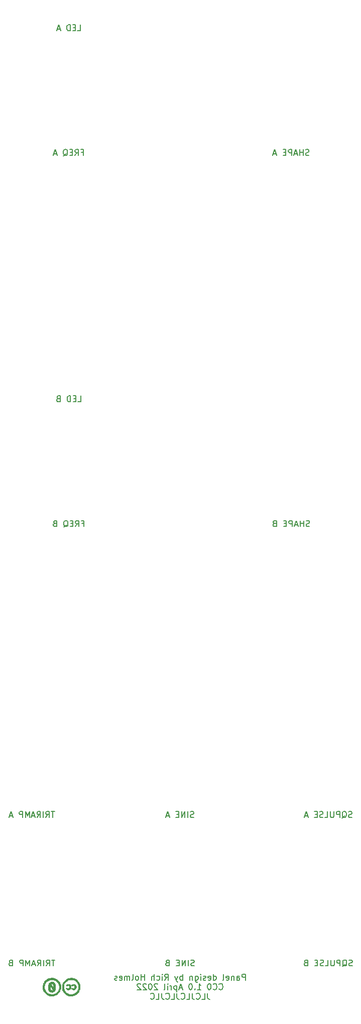
<source format=gbo>
G04 #@! TF.GenerationSoftware,KiCad,Pcbnew,6.0.4-6f826c9f35~116~ubuntu20.04.1*
G04 #@! TF.CreationDate,2022-04-20T20:16:55-04:00*
G04 #@! TF.ProjectId,kdlfo_panel,6b646c66-6f5f-4706-916e-656c2e6b6963,rev?*
G04 #@! TF.SameCoordinates,Original*
G04 #@! TF.FileFunction,Legend,Bot*
G04 #@! TF.FilePolarity,Positive*
%FSLAX46Y46*%
G04 Gerber Fmt 4.6, Leading zero omitted, Abs format (unit mm)*
G04 Created by KiCad (PCBNEW 6.0.4-6f826c9f35~116~ubuntu20.04.1) date 2022-04-20 20:16:55*
%MOMM*%
%LPD*%
G01*
G04 APERTURE LIST*
%ADD10C,0.150000*%
%ADD11C,0.010000*%
G04 APERTURE END LIST*
D10*
X32504761Y-193052380D02*
X31933333Y-193052380D01*
X32219047Y-194052380D02*
X32219047Y-193052380D01*
X31028571Y-194052380D02*
X31361904Y-193576190D01*
X31600000Y-194052380D02*
X31600000Y-193052380D01*
X31219047Y-193052380D01*
X31123809Y-193100000D01*
X31076190Y-193147619D01*
X31028571Y-193242857D01*
X31028571Y-193385714D01*
X31076190Y-193480952D01*
X31123809Y-193528571D01*
X31219047Y-193576190D01*
X31600000Y-193576190D01*
X30600000Y-194052380D02*
X30600000Y-193052380D01*
X29552380Y-194052380D02*
X29885714Y-193576190D01*
X30123809Y-194052380D02*
X30123809Y-193052380D01*
X29742857Y-193052380D01*
X29647619Y-193100000D01*
X29600000Y-193147619D01*
X29552380Y-193242857D01*
X29552380Y-193385714D01*
X29600000Y-193480952D01*
X29647619Y-193528571D01*
X29742857Y-193576190D01*
X30123809Y-193576190D01*
X29171428Y-193766666D02*
X28695238Y-193766666D01*
X29266666Y-194052380D02*
X28933333Y-193052380D01*
X28600000Y-194052380D01*
X28266666Y-194052380D02*
X28266666Y-193052380D01*
X27933333Y-193766666D01*
X27600000Y-193052380D01*
X27600000Y-194052380D01*
X27123809Y-194052380D02*
X27123809Y-193052380D01*
X26742857Y-193052380D01*
X26647619Y-193100000D01*
X26600000Y-193147619D01*
X26552380Y-193242857D01*
X26552380Y-193385714D01*
X26600000Y-193480952D01*
X26647619Y-193528571D01*
X26742857Y-193576190D01*
X27123809Y-193576190D01*
X25028571Y-193528571D02*
X24885714Y-193576190D01*
X24838095Y-193623809D01*
X24790476Y-193719047D01*
X24790476Y-193861904D01*
X24838095Y-193957142D01*
X24885714Y-194004761D01*
X24980952Y-194052380D01*
X25361904Y-194052380D01*
X25361904Y-193052380D01*
X25028571Y-193052380D01*
X24933333Y-193100000D01*
X24885714Y-193147619D01*
X24838095Y-193242857D01*
X24838095Y-193338095D01*
X24885714Y-193433333D01*
X24933333Y-193480952D01*
X25028571Y-193528571D01*
X25361904Y-193528571D01*
X36992857Y-57028571D02*
X37326190Y-57028571D01*
X37326190Y-57552380D02*
X37326190Y-56552380D01*
X36850000Y-56552380D01*
X35897619Y-57552380D02*
X36230952Y-57076190D01*
X36469047Y-57552380D02*
X36469047Y-56552380D01*
X36088095Y-56552380D01*
X35992857Y-56600000D01*
X35945238Y-56647619D01*
X35897619Y-56742857D01*
X35897619Y-56885714D01*
X35945238Y-56980952D01*
X35992857Y-57028571D01*
X36088095Y-57076190D01*
X36469047Y-57076190D01*
X35469047Y-57028571D02*
X35135714Y-57028571D01*
X34992857Y-57552380D02*
X35469047Y-57552380D01*
X35469047Y-56552380D01*
X34992857Y-56552380D01*
X33897619Y-57647619D02*
X33992857Y-57600000D01*
X34088095Y-57504761D01*
X34230952Y-57361904D01*
X34326190Y-57314285D01*
X34421428Y-57314285D01*
X34373809Y-57552380D02*
X34469047Y-57504761D01*
X34564285Y-57409523D01*
X34611904Y-57219047D01*
X34611904Y-56885714D01*
X34564285Y-56695238D01*
X34469047Y-56600000D01*
X34373809Y-56552380D01*
X34183333Y-56552380D01*
X34088095Y-56600000D01*
X33992857Y-56695238D01*
X33945238Y-56885714D01*
X33945238Y-57219047D01*
X33992857Y-57409523D01*
X34088095Y-57504761D01*
X34183333Y-57552380D01*
X34373809Y-57552380D01*
X32802380Y-57266666D02*
X32326190Y-57266666D01*
X32897619Y-57552380D02*
X32564285Y-56552380D01*
X32230952Y-57552380D01*
X36302380Y-36552380D02*
X36778571Y-36552380D01*
X36778571Y-35552380D01*
X35969047Y-36028571D02*
X35635714Y-36028571D01*
X35492857Y-36552380D02*
X35969047Y-36552380D01*
X35969047Y-35552380D01*
X35492857Y-35552380D01*
X35064285Y-36552380D02*
X35064285Y-35552380D01*
X34826190Y-35552380D01*
X34683333Y-35600000D01*
X34588095Y-35695238D01*
X34540476Y-35790476D01*
X34492857Y-35980952D01*
X34492857Y-36123809D01*
X34540476Y-36314285D01*
X34588095Y-36409523D01*
X34683333Y-36504761D01*
X34826190Y-36552380D01*
X35064285Y-36552380D01*
X33350000Y-36266666D02*
X32873809Y-36266666D01*
X33445238Y-36552380D02*
X33111904Y-35552380D01*
X32778571Y-36552380D01*
X75421428Y-120004761D02*
X75278571Y-120052380D01*
X75040476Y-120052380D01*
X74945238Y-120004761D01*
X74897619Y-119957142D01*
X74850000Y-119861904D01*
X74850000Y-119766666D01*
X74897619Y-119671428D01*
X74945238Y-119623809D01*
X75040476Y-119576190D01*
X75230952Y-119528571D01*
X75326190Y-119480952D01*
X75373809Y-119433333D01*
X75421428Y-119338095D01*
X75421428Y-119242857D01*
X75373809Y-119147619D01*
X75326190Y-119100000D01*
X75230952Y-119052380D01*
X74992857Y-119052380D01*
X74850000Y-119100000D01*
X74421428Y-120052380D02*
X74421428Y-119052380D01*
X74421428Y-119528571D02*
X73850000Y-119528571D01*
X73850000Y-120052380D02*
X73850000Y-119052380D01*
X73421428Y-119766666D02*
X72945238Y-119766666D01*
X73516666Y-120052380D02*
X73183333Y-119052380D01*
X72850000Y-120052380D01*
X72516666Y-120052380D02*
X72516666Y-119052380D01*
X72135714Y-119052380D01*
X72040476Y-119100000D01*
X71992857Y-119147619D01*
X71945238Y-119242857D01*
X71945238Y-119385714D01*
X71992857Y-119480952D01*
X72040476Y-119528571D01*
X72135714Y-119576190D01*
X72516666Y-119576190D01*
X71516666Y-119528571D02*
X71183333Y-119528571D01*
X71040476Y-120052380D02*
X71516666Y-120052380D01*
X71516666Y-119052380D01*
X71040476Y-119052380D01*
X69516666Y-119528571D02*
X69373809Y-119576190D01*
X69326190Y-119623809D01*
X69278571Y-119719047D01*
X69278571Y-119861904D01*
X69326190Y-119957142D01*
X69373809Y-120004761D01*
X69469047Y-120052380D01*
X69850000Y-120052380D01*
X69850000Y-119052380D01*
X69516666Y-119052380D01*
X69421428Y-119100000D01*
X69373809Y-119147619D01*
X69326190Y-119242857D01*
X69326190Y-119338095D01*
X69373809Y-119433333D01*
X69421428Y-119480952D01*
X69516666Y-119528571D01*
X69850000Y-119528571D01*
X82647619Y-194004761D02*
X82504761Y-194052380D01*
X82266666Y-194052380D01*
X82171428Y-194004761D01*
X82123809Y-193957142D01*
X82076190Y-193861904D01*
X82076190Y-193766666D01*
X82123809Y-193671428D01*
X82171428Y-193623809D01*
X82266666Y-193576190D01*
X82457142Y-193528571D01*
X82552380Y-193480952D01*
X82600000Y-193433333D01*
X82647619Y-193338095D01*
X82647619Y-193242857D01*
X82600000Y-193147619D01*
X82552380Y-193100000D01*
X82457142Y-193052380D01*
X82219047Y-193052380D01*
X82076190Y-193100000D01*
X80980952Y-194147619D02*
X81076190Y-194100000D01*
X81171428Y-194004761D01*
X81314285Y-193861904D01*
X81409523Y-193814285D01*
X81504761Y-193814285D01*
X81457142Y-194052380D02*
X81552380Y-194004761D01*
X81647619Y-193909523D01*
X81695238Y-193719047D01*
X81695238Y-193385714D01*
X81647619Y-193195238D01*
X81552380Y-193100000D01*
X81457142Y-193052380D01*
X81266666Y-193052380D01*
X81171428Y-193100000D01*
X81076190Y-193195238D01*
X81028571Y-193385714D01*
X81028571Y-193719047D01*
X81076190Y-193909523D01*
X81171428Y-194004761D01*
X81266666Y-194052380D01*
X81457142Y-194052380D01*
X80600000Y-194052380D02*
X80600000Y-193052380D01*
X80219047Y-193052380D01*
X80123809Y-193100000D01*
X80076190Y-193147619D01*
X80028571Y-193242857D01*
X80028571Y-193385714D01*
X80076190Y-193480952D01*
X80123809Y-193528571D01*
X80219047Y-193576190D01*
X80600000Y-193576190D01*
X79600000Y-193052380D02*
X79600000Y-193861904D01*
X79552380Y-193957142D01*
X79504761Y-194004761D01*
X79409523Y-194052380D01*
X79219047Y-194052380D01*
X79123809Y-194004761D01*
X79076190Y-193957142D01*
X79028571Y-193861904D01*
X79028571Y-193052380D01*
X78076190Y-194052380D02*
X78552380Y-194052380D01*
X78552380Y-193052380D01*
X77790476Y-194004761D02*
X77647619Y-194052380D01*
X77409523Y-194052380D01*
X77314285Y-194004761D01*
X77266666Y-193957142D01*
X77219047Y-193861904D01*
X77219047Y-193766666D01*
X77266666Y-193671428D01*
X77314285Y-193623809D01*
X77409523Y-193576190D01*
X77600000Y-193528571D01*
X77695238Y-193480952D01*
X77742857Y-193433333D01*
X77790476Y-193338095D01*
X77790476Y-193242857D01*
X77742857Y-193147619D01*
X77695238Y-193100000D01*
X77600000Y-193052380D01*
X77361904Y-193052380D01*
X77219047Y-193100000D01*
X76790476Y-193528571D02*
X76457142Y-193528571D01*
X76314285Y-194052380D02*
X76790476Y-194052380D01*
X76790476Y-193052380D01*
X76314285Y-193052380D01*
X74790476Y-193528571D02*
X74647619Y-193576190D01*
X74600000Y-193623809D01*
X74552380Y-193719047D01*
X74552380Y-193861904D01*
X74600000Y-193957142D01*
X74647619Y-194004761D01*
X74742857Y-194052380D01*
X75123809Y-194052380D01*
X75123809Y-193052380D01*
X74790476Y-193052380D01*
X74695238Y-193100000D01*
X74647619Y-193147619D01*
X74600000Y-193242857D01*
X74600000Y-193338095D01*
X74647619Y-193433333D01*
X74695238Y-193480952D01*
X74790476Y-193528571D01*
X75123809Y-193528571D01*
X36373809Y-99052380D02*
X36850000Y-99052380D01*
X36850000Y-98052380D01*
X36040476Y-98528571D02*
X35707142Y-98528571D01*
X35564285Y-99052380D02*
X36040476Y-99052380D01*
X36040476Y-98052380D01*
X35564285Y-98052380D01*
X35135714Y-99052380D02*
X35135714Y-98052380D01*
X34897619Y-98052380D01*
X34754761Y-98100000D01*
X34659523Y-98195238D01*
X34611904Y-98290476D01*
X34564285Y-98480952D01*
X34564285Y-98623809D01*
X34611904Y-98814285D01*
X34659523Y-98909523D01*
X34754761Y-99004761D01*
X34897619Y-99052380D01*
X35135714Y-99052380D01*
X33040476Y-98528571D02*
X32897619Y-98576190D01*
X32850000Y-98623809D01*
X32802380Y-98719047D01*
X32802380Y-98861904D01*
X32850000Y-98957142D01*
X32897619Y-99004761D01*
X32992857Y-99052380D01*
X33373809Y-99052380D01*
X33373809Y-98052380D01*
X33040476Y-98052380D01*
X32945238Y-98100000D01*
X32897619Y-98147619D01*
X32850000Y-98242857D01*
X32850000Y-98338095D01*
X32897619Y-98433333D01*
X32945238Y-98480952D01*
X33040476Y-98528571D01*
X33373809Y-98528571D01*
X55909523Y-169004761D02*
X55766666Y-169052380D01*
X55528571Y-169052380D01*
X55433333Y-169004761D01*
X55385714Y-168957142D01*
X55338095Y-168861904D01*
X55338095Y-168766666D01*
X55385714Y-168671428D01*
X55433333Y-168623809D01*
X55528571Y-168576190D01*
X55719047Y-168528571D01*
X55814285Y-168480952D01*
X55861904Y-168433333D01*
X55909523Y-168338095D01*
X55909523Y-168242857D01*
X55861904Y-168147619D01*
X55814285Y-168100000D01*
X55719047Y-168052380D01*
X55480952Y-168052380D01*
X55338095Y-168100000D01*
X54909523Y-169052380D02*
X54909523Y-168052380D01*
X54433333Y-169052380D02*
X54433333Y-168052380D01*
X53861904Y-169052380D01*
X53861904Y-168052380D01*
X53385714Y-168528571D02*
X53052380Y-168528571D01*
X52909523Y-169052380D02*
X53385714Y-169052380D01*
X53385714Y-168052380D01*
X52909523Y-168052380D01*
X51766666Y-168766666D02*
X51290476Y-168766666D01*
X51861904Y-169052380D02*
X51528571Y-168052380D01*
X51195238Y-169052380D01*
X75350000Y-57504761D02*
X75207142Y-57552380D01*
X74969047Y-57552380D01*
X74873809Y-57504761D01*
X74826190Y-57457142D01*
X74778571Y-57361904D01*
X74778571Y-57266666D01*
X74826190Y-57171428D01*
X74873809Y-57123809D01*
X74969047Y-57076190D01*
X75159523Y-57028571D01*
X75254761Y-56980952D01*
X75302380Y-56933333D01*
X75350000Y-56838095D01*
X75350000Y-56742857D01*
X75302380Y-56647619D01*
X75254761Y-56600000D01*
X75159523Y-56552380D01*
X74921428Y-56552380D01*
X74778571Y-56600000D01*
X74350000Y-57552380D02*
X74350000Y-56552380D01*
X74350000Y-57028571D02*
X73778571Y-57028571D01*
X73778571Y-57552380D02*
X73778571Y-56552380D01*
X73350000Y-57266666D02*
X72873809Y-57266666D01*
X73445238Y-57552380D02*
X73111904Y-56552380D01*
X72778571Y-57552380D01*
X72445238Y-57552380D02*
X72445238Y-56552380D01*
X72064285Y-56552380D01*
X71969047Y-56600000D01*
X71921428Y-56647619D01*
X71873809Y-56742857D01*
X71873809Y-56885714D01*
X71921428Y-56980952D01*
X71969047Y-57028571D01*
X72064285Y-57076190D01*
X72445238Y-57076190D01*
X71445238Y-57028571D02*
X71111904Y-57028571D01*
X70969047Y-57552380D02*
X71445238Y-57552380D01*
X71445238Y-56552380D01*
X70969047Y-56552380D01*
X69826190Y-57266666D02*
X69350000Y-57266666D01*
X69921428Y-57552380D02*
X69588095Y-56552380D01*
X69254761Y-57552380D01*
X64600000Y-196442380D02*
X64600000Y-195442380D01*
X64219047Y-195442380D01*
X64123809Y-195490000D01*
X64076190Y-195537619D01*
X64028571Y-195632857D01*
X64028571Y-195775714D01*
X64076190Y-195870952D01*
X64123809Y-195918571D01*
X64219047Y-195966190D01*
X64600000Y-195966190D01*
X63171428Y-196442380D02*
X63171428Y-195918571D01*
X63219047Y-195823333D01*
X63314285Y-195775714D01*
X63504761Y-195775714D01*
X63600000Y-195823333D01*
X63171428Y-196394761D02*
X63266666Y-196442380D01*
X63504761Y-196442380D01*
X63600000Y-196394761D01*
X63647619Y-196299523D01*
X63647619Y-196204285D01*
X63600000Y-196109047D01*
X63504761Y-196061428D01*
X63266666Y-196061428D01*
X63171428Y-196013809D01*
X62695238Y-195775714D02*
X62695238Y-196442380D01*
X62695238Y-195870952D02*
X62647619Y-195823333D01*
X62552380Y-195775714D01*
X62409523Y-195775714D01*
X62314285Y-195823333D01*
X62266666Y-195918571D01*
X62266666Y-196442380D01*
X61409523Y-196394761D02*
X61504761Y-196442380D01*
X61695238Y-196442380D01*
X61790476Y-196394761D01*
X61838095Y-196299523D01*
X61838095Y-195918571D01*
X61790476Y-195823333D01*
X61695238Y-195775714D01*
X61504761Y-195775714D01*
X61409523Y-195823333D01*
X61361904Y-195918571D01*
X61361904Y-196013809D01*
X61838095Y-196109047D01*
X60790476Y-196442380D02*
X60885714Y-196394761D01*
X60933333Y-196299523D01*
X60933333Y-195442380D01*
X59219047Y-196442380D02*
X59219047Y-195442380D01*
X59219047Y-196394761D02*
X59314285Y-196442380D01*
X59504761Y-196442380D01*
X59600000Y-196394761D01*
X59647619Y-196347142D01*
X59695238Y-196251904D01*
X59695238Y-195966190D01*
X59647619Y-195870952D01*
X59600000Y-195823333D01*
X59504761Y-195775714D01*
X59314285Y-195775714D01*
X59219047Y-195823333D01*
X58361904Y-196394761D02*
X58457142Y-196442380D01*
X58647619Y-196442380D01*
X58742857Y-196394761D01*
X58790476Y-196299523D01*
X58790476Y-195918571D01*
X58742857Y-195823333D01*
X58647619Y-195775714D01*
X58457142Y-195775714D01*
X58361904Y-195823333D01*
X58314285Y-195918571D01*
X58314285Y-196013809D01*
X58790476Y-196109047D01*
X57933333Y-196394761D02*
X57838095Y-196442380D01*
X57647619Y-196442380D01*
X57552380Y-196394761D01*
X57504761Y-196299523D01*
X57504761Y-196251904D01*
X57552380Y-196156666D01*
X57647619Y-196109047D01*
X57790476Y-196109047D01*
X57885714Y-196061428D01*
X57933333Y-195966190D01*
X57933333Y-195918571D01*
X57885714Y-195823333D01*
X57790476Y-195775714D01*
X57647619Y-195775714D01*
X57552380Y-195823333D01*
X57076190Y-196442380D02*
X57076190Y-195775714D01*
X57076190Y-195442380D02*
X57123809Y-195490000D01*
X57076190Y-195537619D01*
X57028571Y-195490000D01*
X57076190Y-195442380D01*
X57076190Y-195537619D01*
X56171428Y-195775714D02*
X56171428Y-196585238D01*
X56219047Y-196680476D01*
X56266666Y-196728095D01*
X56361904Y-196775714D01*
X56504761Y-196775714D01*
X56600000Y-196728095D01*
X56171428Y-196394761D02*
X56266666Y-196442380D01*
X56457142Y-196442380D01*
X56552380Y-196394761D01*
X56600000Y-196347142D01*
X56647619Y-196251904D01*
X56647619Y-195966190D01*
X56600000Y-195870952D01*
X56552380Y-195823333D01*
X56457142Y-195775714D01*
X56266666Y-195775714D01*
X56171428Y-195823333D01*
X55695238Y-195775714D02*
X55695238Y-196442380D01*
X55695238Y-195870952D02*
X55647619Y-195823333D01*
X55552380Y-195775714D01*
X55409523Y-195775714D01*
X55314285Y-195823333D01*
X55266666Y-195918571D01*
X55266666Y-196442380D01*
X54028571Y-196442380D02*
X54028571Y-195442380D01*
X54028571Y-195823333D02*
X53933333Y-195775714D01*
X53742857Y-195775714D01*
X53647619Y-195823333D01*
X53600000Y-195870952D01*
X53552380Y-195966190D01*
X53552380Y-196251904D01*
X53600000Y-196347142D01*
X53647619Y-196394761D01*
X53742857Y-196442380D01*
X53933333Y-196442380D01*
X54028571Y-196394761D01*
X53219047Y-195775714D02*
X52980952Y-196442380D01*
X52742857Y-195775714D02*
X52980952Y-196442380D01*
X53076190Y-196680476D01*
X53123809Y-196728095D01*
X53219047Y-196775714D01*
X51028571Y-196442380D02*
X51361904Y-195966190D01*
X51600000Y-196442380D02*
X51600000Y-195442380D01*
X51219047Y-195442380D01*
X51123809Y-195490000D01*
X51076190Y-195537619D01*
X51028571Y-195632857D01*
X51028571Y-195775714D01*
X51076190Y-195870952D01*
X51123809Y-195918571D01*
X51219047Y-195966190D01*
X51600000Y-195966190D01*
X50600000Y-196442380D02*
X50600000Y-195775714D01*
X50600000Y-195442380D02*
X50647619Y-195490000D01*
X50600000Y-195537619D01*
X50552380Y-195490000D01*
X50600000Y-195442380D01*
X50600000Y-195537619D01*
X49695238Y-196394761D02*
X49790476Y-196442380D01*
X49980952Y-196442380D01*
X50076190Y-196394761D01*
X50123809Y-196347142D01*
X50171428Y-196251904D01*
X50171428Y-195966190D01*
X50123809Y-195870952D01*
X50076190Y-195823333D01*
X49980952Y-195775714D01*
X49790476Y-195775714D01*
X49695238Y-195823333D01*
X49266666Y-196442380D02*
X49266666Y-195442380D01*
X48838095Y-196442380D02*
X48838095Y-195918571D01*
X48885714Y-195823333D01*
X48980952Y-195775714D01*
X49123809Y-195775714D01*
X49219047Y-195823333D01*
X49266666Y-195870952D01*
X47600000Y-196442380D02*
X47600000Y-195442380D01*
X47600000Y-195918571D02*
X47028571Y-195918571D01*
X47028571Y-196442380D02*
X47028571Y-195442380D01*
X46409523Y-196442380D02*
X46504761Y-196394761D01*
X46552380Y-196347142D01*
X46600000Y-196251904D01*
X46600000Y-195966190D01*
X46552380Y-195870952D01*
X46504761Y-195823333D01*
X46409523Y-195775714D01*
X46266666Y-195775714D01*
X46171428Y-195823333D01*
X46123809Y-195870952D01*
X46076190Y-195966190D01*
X46076190Y-196251904D01*
X46123809Y-196347142D01*
X46171428Y-196394761D01*
X46266666Y-196442380D01*
X46409523Y-196442380D01*
X45504761Y-196442380D02*
X45600000Y-196394761D01*
X45647619Y-196299523D01*
X45647619Y-195442380D01*
X45123809Y-196442380D02*
X45123809Y-195775714D01*
X45123809Y-195870952D02*
X45076190Y-195823333D01*
X44980952Y-195775714D01*
X44838095Y-195775714D01*
X44742857Y-195823333D01*
X44695238Y-195918571D01*
X44695238Y-196442380D01*
X44695238Y-195918571D02*
X44647619Y-195823333D01*
X44552380Y-195775714D01*
X44409523Y-195775714D01*
X44314285Y-195823333D01*
X44266666Y-195918571D01*
X44266666Y-196442380D01*
X43409523Y-196394761D02*
X43504761Y-196442380D01*
X43695238Y-196442380D01*
X43790476Y-196394761D01*
X43838095Y-196299523D01*
X43838095Y-195918571D01*
X43790476Y-195823333D01*
X43695238Y-195775714D01*
X43504761Y-195775714D01*
X43409523Y-195823333D01*
X43361904Y-195918571D01*
X43361904Y-196013809D01*
X43838095Y-196109047D01*
X42980952Y-196394761D02*
X42885714Y-196442380D01*
X42695238Y-196442380D01*
X42600000Y-196394761D01*
X42552380Y-196299523D01*
X42552380Y-196251904D01*
X42600000Y-196156666D01*
X42695238Y-196109047D01*
X42838095Y-196109047D01*
X42933333Y-196061428D01*
X42980952Y-195966190D01*
X42980952Y-195918571D01*
X42933333Y-195823333D01*
X42838095Y-195775714D01*
X42695238Y-195775714D01*
X42600000Y-195823333D01*
X60195238Y-197957142D02*
X60242857Y-198004761D01*
X60385714Y-198052380D01*
X60480952Y-198052380D01*
X60623809Y-198004761D01*
X60719047Y-197909523D01*
X60766666Y-197814285D01*
X60814285Y-197623809D01*
X60814285Y-197480952D01*
X60766666Y-197290476D01*
X60719047Y-197195238D01*
X60623809Y-197100000D01*
X60480952Y-197052380D01*
X60385714Y-197052380D01*
X60242857Y-197100000D01*
X60195238Y-197147619D01*
X59195238Y-197957142D02*
X59242857Y-198004761D01*
X59385714Y-198052380D01*
X59480952Y-198052380D01*
X59623809Y-198004761D01*
X59719047Y-197909523D01*
X59766666Y-197814285D01*
X59814285Y-197623809D01*
X59814285Y-197480952D01*
X59766666Y-197290476D01*
X59719047Y-197195238D01*
X59623809Y-197100000D01*
X59480952Y-197052380D01*
X59385714Y-197052380D01*
X59242857Y-197100000D01*
X59195238Y-197147619D01*
X58576190Y-197052380D02*
X58480952Y-197052380D01*
X58385714Y-197100000D01*
X58338095Y-197147619D01*
X58290476Y-197242857D01*
X58242857Y-197433333D01*
X58242857Y-197671428D01*
X58290476Y-197861904D01*
X58338095Y-197957142D01*
X58385714Y-198004761D01*
X58480952Y-198052380D01*
X58576190Y-198052380D01*
X58671428Y-198004761D01*
X58719047Y-197957142D01*
X58766666Y-197861904D01*
X58814285Y-197671428D01*
X58814285Y-197433333D01*
X58766666Y-197242857D01*
X58719047Y-197147619D01*
X58671428Y-197100000D01*
X58576190Y-197052380D01*
X56528571Y-198052380D02*
X57100000Y-198052380D01*
X56814285Y-198052380D02*
X56814285Y-197052380D01*
X56909523Y-197195238D01*
X57004761Y-197290476D01*
X57100000Y-197338095D01*
X56100000Y-197957142D02*
X56052380Y-198004761D01*
X56100000Y-198052380D01*
X56147619Y-198004761D01*
X56100000Y-197957142D01*
X56100000Y-198052380D01*
X55433333Y-197052380D02*
X55338095Y-197052380D01*
X55242857Y-197100000D01*
X55195238Y-197147619D01*
X55147619Y-197242857D01*
X55100000Y-197433333D01*
X55100000Y-197671428D01*
X55147619Y-197861904D01*
X55195238Y-197957142D01*
X55242857Y-198004761D01*
X55338095Y-198052380D01*
X55433333Y-198052380D01*
X55528571Y-198004761D01*
X55576190Y-197957142D01*
X55623809Y-197861904D01*
X55671428Y-197671428D01*
X55671428Y-197433333D01*
X55623809Y-197242857D01*
X55576190Y-197147619D01*
X55528571Y-197100000D01*
X55433333Y-197052380D01*
X53957142Y-197766666D02*
X53480952Y-197766666D01*
X54052380Y-198052380D02*
X53719047Y-197052380D01*
X53385714Y-198052380D01*
X53052380Y-197385714D02*
X53052380Y-198385714D01*
X53052380Y-197433333D02*
X52957142Y-197385714D01*
X52766666Y-197385714D01*
X52671428Y-197433333D01*
X52623809Y-197480952D01*
X52576190Y-197576190D01*
X52576190Y-197861904D01*
X52623809Y-197957142D01*
X52671428Y-198004761D01*
X52766666Y-198052380D01*
X52957142Y-198052380D01*
X53052380Y-198004761D01*
X52147619Y-198052380D02*
X52147619Y-197385714D01*
X52147619Y-197576190D02*
X52100000Y-197480952D01*
X52052380Y-197433333D01*
X51957142Y-197385714D01*
X51861904Y-197385714D01*
X51528571Y-198052380D02*
X51528571Y-197385714D01*
X51528571Y-197052380D02*
X51576190Y-197100000D01*
X51528571Y-197147619D01*
X51480952Y-197100000D01*
X51528571Y-197052380D01*
X51528571Y-197147619D01*
X50909523Y-198052380D02*
X51004761Y-198004761D01*
X51052380Y-197909523D01*
X51052380Y-197052380D01*
X49814285Y-197147619D02*
X49766666Y-197100000D01*
X49671428Y-197052380D01*
X49433333Y-197052380D01*
X49338095Y-197100000D01*
X49290476Y-197147619D01*
X49242857Y-197242857D01*
X49242857Y-197338095D01*
X49290476Y-197480952D01*
X49861904Y-198052380D01*
X49242857Y-198052380D01*
X48623809Y-197052380D02*
X48528571Y-197052380D01*
X48433333Y-197100000D01*
X48385714Y-197147619D01*
X48338095Y-197242857D01*
X48290476Y-197433333D01*
X48290476Y-197671428D01*
X48338095Y-197861904D01*
X48385714Y-197957142D01*
X48433333Y-198004761D01*
X48528571Y-198052380D01*
X48623809Y-198052380D01*
X48719047Y-198004761D01*
X48766666Y-197957142D01*
X48814285Y-197861904D01*
X48861904Y-197671428D01*
X48861904Y-197433333D01*
X48814285Y-197242857D01*
X48766666Y-197147619D01*
X48719047Y-197100000D01*
X48623809Y-197052380D01*
X47909523Y-197147619D02*
X47861904Y-197100000D01*
X47766666Y-197052380D01*
X47528571Y-197052380D01*
X47433333Y-197100000D01*
X47385714Y-197147619D01*
X47338095Y-197242857D01*
X47338095Y-197338095D01*
X47385714Y-197480952D01*
X47957142Y-198052380D01*
X47338095Y-198052380D01*
X46957142Y-197147619D02*
X46909523Y-197100000D01*
X46814285Y-197052380D01*
X46576190Y-197052380D01*
X46480952Y-197100000D01*
X46433333Y-197147619D01*
X46385714Y-197242857D01*
X46385714Y-197338095D01*
X46433333Y-197480952D01*
X47004761Y-198052380D01*
X46385714Y-198052380D01*
X58219047Y-198662380D02*
X58219047Y-199376666D01*
X58266666Y-199519523D01*
X58361904Y-199614761D01*
X58504761Y-199662380D01*
X58600000Y-199662380D01*
X57266666Y-199662380D02*
X57742857Y-199662380D01*
X57742857Y-198662380D01*
X56361904Y-199567142D02*
X56409523Y-199614761D01*
X56552380Y-199662380D01*
X56647619Y-199662380D01*
X56790476Y-199614761D01*
X56885714Y-199519523D01*
X56933333Y-199424285D01*
X56980952Y-199233809D01*
X56980952Y-199090952D01*
X56933333Y-198900476D01*
X56885714Y-198805238D01*
X56790476Y-198710000D01*
X56647619Y-198662380D01*
X56552380Y-198662380D01*
X56409523Y-198710000D01*
X56361904Y-198757619D01*
X55647619Y-198662380D02*
X55647619Y-199376666D01*
X55695238Y-199519523D01*
X55790476Y-199614761D01*
X55933333Y-199662380D01*
X56028571Y-199662380D01*
X54695238Y-199662380D02*
X55171428Y-199662380D01*
X55171428Y-198662380D01*
X53790476Y-199567142D02*
X53838095Y-199614761D01*
X53980952Y-199662380D01*
X54076190Y-199662380D01*
X54219047Y-199614761D01*
X54314285Y-199519523D01*
X54361904Y-199424285D01*
X54409523Y-199233809D01*
X54409523Y-199090952D01*
X54361904Y-198900476D01*
X54314285Y-198805238D01*
X54219047Y-198710000D01*
X54076190Y-198662380D01*
X53980952Y-198662380D01*
X53838095Y-198710000D01*
X53790476Y-198757619D01*
X53076190Y-198662380D02*
X53076190Y-199376666D01*
X53123809Y-199519523D01*
X53219047Y-199614761D01*
X53361904Y-199662380D01*
X53457142Y-199662380D01*
X52123809Y-199662380D02*
X52600000Y-199662380D01*
X52600000Y-198662380D01*
X51219047Y-199567142D02*
X51266666Y-199614761D01*
X51409523Y-199662380D01*
X51504761Y-199662380D01*
X51647619Y-199614761D01*
X51742857Y-199519523D01*
X51790476Y-199424285D01*
X51838095Y-199233809D01*
X51838095Y-199090952D01*
X51790476Y-198900476D01*
X51742857Y-198805238D01*
X51647619Y-198710000D01*
X51504761Y-198662380D01*
X51409523Y-198662380D01*
X51266666Y-198710000D01*
X51219047Y-198757619D01*
X50504761Y-198662380D02*
X50504761Y-199376666D01*
X50552380Y-199519523D01*
X50647619Y-199614761D01*
X50790476Y-199662380D01*
X50885714Y-199662380D01*
X49552380Y-199662380D02*
X50028571Y-199662380D01*
X50028571Y-198662380D01*
X48647619Y-199567142D02*
X48695238Y-199614761D01*
X48838095Y-199662380D01*
X48933333Y-199662380D01*
X49076190Y-199614761D01*
X49171428Y-199519523D01*
X49219047Y-199424285D01*
X49266666Y-199233809D01*
X49266666Y-199090952D01*
X49219047Y-198900476D01*
X49171428Y-198805238D01*
X49076190Y-198710000D01*
X48933333Y-198662380D01*
X48838095Y-198662380D01*
X48695238Y-198710000D01*
X48647619Y-198757619D01*
X32433333Y-168052380D02*
X31861904Y-168052380D01*
X32147619Y-169052380D02*
X32147619Y-168052380D01*
X30957142Y-169052380D02*
X31290476Y-168576190D01*
X31528571Y-169052380D02*
X31528571Y-168052380D01*
X31147619Y-168052380D01*
X31052380Y-168100000D01*
X31004761Y-168147619D01*
X30957142Y-168242857D01*
X30957142Y-168385714D01*
X31004761Y-168480952D01*
X31052380Y-168528571D01*
X31147619Y-168576190D01*
X31528571Y-168576190D01*
X30528571Y-169052380D02*
X30528571Y-168052380D01*
X29480952Y-169052380D02*
X29814285Y-168576190D01*
X30052380Y-169052380D02*
X30052380Y-168052380D01*
X29671428Y-168052380D01*
X29576190Y-168100000D01*
X29528571Y-168147619D01*
X29480952Y-168242857D01*
X29480952Y-168385714D01*
X29528571Y-168480952D01*
X29576190Y-168528571D01*
X29671428Y-168576190D01*
X30052380Y-168576190D01*
X29100000Y-168766666D02*
X28623809Y-168766666D01*
X29195238Y-169052380D02*
X28861904Y-168052380D01*
X28528571Y-169052380D01*
X28195238Y-169052380D02*
X28195238Y-168052380D01*
X27861904Y-168766666D01*
X27528571Y-168052380D01*
X27528571Y-169052380D01*
X27052380Y-169052380D02*
X27052380Y-168052380D01*
X26671428Y-168052380D01*
X26576190Y-168100000D01*
X26528571Y-168147619D01*
X26480952Y-168242857D01*
X26480952Y-168385714D01*
X26528571Y-168480952D01*
X26576190Y-168528571D01*
X26671428Y-168576190D01*
X27052380Y-168576190D01*
X25338095Y-168766666D02*
X24861904Y-168766666D01*
X25433333Y-169052380D02*
X25099999Y-168052380D01*
X24766666Y-169052380D01*
X82576190Y-169004761D02*
X82433333Y-169052380D01*
X82195238Y-169052380D01*
X82100000Y-169004761D01*
X82052380Y-168957142D01*
X82004761Y-168861904D01*
X82004761Y-168766666D01*
X82052380Y-168671428D01*
X82100000Y-168623809D01*
X82195238Y-168576190D01*
X82385714Y-168528571D01*
X82480952Y-168480952D01*
X82528571Y-168433333D01*
X82576190Y-168338095D01*
X82576190Y-168242857D01*
X82528571Y-168147619D01*
X82480952Y-168100000D01*
X82385714Y-168052380D01*
X82147619Y-168052380D01*
X82004761Y-168100000D01*
X80909523Y-169147619D02*
X81004761Y-169100000D01*
X81100000Y-169004761D01*
X81242857Y-168861904D01*
X81338095Y-168814285D01*
X81433333Y-168814285D01*
X81385714Y-169052380D02*
X81480952Y-169004761D01*
X81576190Y-168909523D01*
X81623809Y-168719047D01*
X81623809Y-168385714D01*
X81576190Y-168195238D01*
X81480952Y-168100000D01*
X81385714Y-168052380D01*
X81195238Y-168052380D01*
X81100000Y-168100000D01*
X81004761Y-168195238D01*
X80957142Y-168385714D01*
X80957142Y-168719047D01*
X81004761Y-168909523D01*
X81100000Y-169004761D01*
X81195238Y-169052380D01*
X81385714Y-169052380D01*
X80528571Y-169052380D02*
X80528571Y-168052380D01*
X80147619Y-168052380D01*
X80052380Y-168100000D01*
X80004761Y-168147619D01*
X79957142Y-168242857D01*
X79957142Y-168385714D01*
X80004761Y-168480952D01*
X80052380Y-168528571D01*
X80147619Y-168576190D01*
X80528571Y-168576190D01*
X79528571Y-168052380D02*
X79528571Y-168861904D01*
X79480952Y-168957142D01*
X79433333Y-169004761D01*
X79338095Y-169052380D01*
X79147619Y-169052380D01*
X79052380Y-169004761D01*
X79004761Y-168957142D01*
X78957142Y-168861904D01*
X78957142Y-168052380D01*
X78004761Y-169052380D02*
X78480952Y-169052380D01*
X78480952Y-168052380D01*
X77719047Y-169004761D02*
X77576190Y-169052380D01*
X77338095Y-169052380D01*
X77242857Y-169004761D01*
X77195238Y-168957142D01*
X77147619Y-168861904D01*
X77147619Y-168766666D01*
X77195238Y-168671428D01*
X77242857Y-168623809D01*
X77338095Y-168576190D01*
X77528571Y-168528571D01*
X77623809Y-168480952D01*
X77671428Y-168433333D01*
X77719047Y-168338095D01*
X77719047Y-168242857D01*
X77671428Y-168147619D01*
X77623809Y-168100000D01*
X77528571Y-168052380D01*
X77290476Y-168052380D01*
X77147619Y-168100000D01*
X76719047Y-168528571D02*
X76385714Y-168528571D01*
X76242857Y-169052380D02*
X76719047Y-169052380D01*
X76719047Y-168052380D01*
X76242857Y-168052380D01*
X75100000Y-168766666D02*
X74623809Y-168766666D01*
X75195238Y-169052380D02*
X74861904Y-168052380D01*
X74528571Y-169052380D01*
X37064285Y-119528571D02*
X37397619Y-119528571D01*
X37397619Y-120052380D02*
X37397619Y-119052380D01*
X36921428Y-119052380D01*
X35969047Y-120052380D02*
X36302380Y-119576190D01*
X36540476Y-120052380D02*
X36540476Y-119052380D01*
X36159523Y-119052380D01*
X36064285Y-119100000D01*
X36016666Y-119147619D01*
X35969047Y-119242857D01*
X35969047Y-119385714D01*
X36016666Y-119480952D01*
X36064285Y-119528571D01*
X36159523Y-119576190D01*
X36540476Y-119576190D01*
X35540476Y-119528571D02*
X35207142Y-119528571D01*
X35064285Y-120052380D02*
X35540476Y-120052380D01*
X35540476Y-119052380D01*
X35064285Y-119052380D01*
X33969047Y-120147619D02*
X34064285Y-120100000D01*
X34159523Y-120004761D01*
X34302380Y-119861904D01*
X34397619Y-119814285D01*
X34492857Y-119814285D01*
X34445238Y-120052380D02*
X34540476Y-120004761D01*
X34635714Y-119909523D01*
X34683333Y-119719047D01*
X34683333Y-119385714D01*
X34635714Y-119195238D01*
X34540476Y-119100000D01*
X34445238Y-119052380D01*
X34254761Y-119052380D01*
X34159523Y-119100000D01*
X34064285Y-119195238D01*
X34016666Y-119385714D01*
X34016666Y-119719047D01*
X34064285Y-119909523D01*
X34159523Y-120004761D01*
X34254761Y-120052380D01*
X34445238Y-120052380D01*
X32492857Y-119528571D02*
X32350000Y-119576190D01*
X32302380Y-119623809D01*
X32254761Y-119719047D01*
X32254761Y-119861904D01*
X32302380Y-119957142D01*
X32350000Y-120004761D01*
X32445238Y-120052380D01*
X32826190Y-120052380D01*
X32826190Y-119052380D01*
X32492857Y-119052380D01*
X32397619Y-119100000D01*
X32350000Y-119147619D01*
X32302380Y-119242857D01*
X32302380Y-119338095D01*
X32350000Y-119433333D01*
X32397619Y-119480952D01*
X32492857Y-119528571D01*
X32826190Y-119528571D01*
X55980952Y-194004761D02*
X55838095Y-194052380D01*
X55600000Y-194052380D01*
X55504761Y-194004761D01*
X55457142Y-193957142D01*
X55409523Y-193861904D01*
X55409523Y-193766666D01*
X55457142Y-193671428D01*
X55504761Y-193623809D01*
X55600000Y-193576190D01*
X55790476Y-193528571D01*
X55885714Y-193480952D01*
X55933333Y-193433333D01*
X55980952Y-193338095D01*
X55980952Y-193242857D01*
X55933333Y-193147619D01*
X55885714Y-193100000D01*
X55790476Y-193052380D01*
X55552380Y-193052380D01*
X55409523Y-193100000D01*
X54980952Y-194052380D02*
X54980952Y-193052380D01*
X54504761Y-194052380D02*
X54504761Y-193052380D01*
X53933333Y-194052380D01*
X53933333Y-193052380D01*
X53457142Y-193528571D02*
X53123809Y-193528571D01*
X52980952Y-194052380D02*
X53457142Y-194052380D01*
X53457142Y-193052380D01*
X52980952Y-193052380D01*
X51457142Y-193528571D02*
X51314285Y-193576190D01*
X51266666Y-193623809D01*
X51219047Y-193719047D01*
X51219047Y-193861904D01*
X51266666Y-193957142D01*
X51314285Y-194004761D01*
X51409523Y-194052380D01*
X51790476Y-194052380D01*
X51790476Y-193052380D01*
X51457142Y-193052380D01*
X51361904Y-193100000D01*
X51314285Y-193147619D01*
X51266666Y-193242857D01*
X51266666Y-193338095D01*
X51314285Y-193433333D01*
X51361904Y-193480952D01*
X51457142Y-193528571D01*
X51790476Y-193528571D01*
G04 #@! TO.C,GRAF3*
G36*
X33428098Y-198013730D02*
G01*
X33350979Y-198226239D01*
X33241960Y-198426151D01*
X33101565Y-198609450D01*
X32930318Y-198772122D01*
X32858665Y-198826800D01*
X32648814Y-198953934D01*
X32422036Y-199046757D01*
X32182701Y-199103333D01*
X32129245Y-199109587D01*
X31997718Y-199113928D01*
X31851603Y-199107309D01*
X31706088Y-199090687D01*
X31576363Y-199065024D01*
X31489193Y-199039403D01*
X31283462Y-198952963D01*
X31087535Y-198835367D01*
X30908404Y-198691903D01*
X30753060Y-198527855D01*
X30628497Y-198348509D01*
X30621923Y-198336967D01*
X30530753Y-198136409D01*
X30471660Y-197920000D01*
X30444543Y-197693698D01*
X30446503Y-197598975D01*
X30707932Y-197598975D01*
X30722905Y-197800620D01*
X30771467Y-197998686D01*
X30854299Y-198189023D01*
X30972085Y-198367478D01*
X31011618Y-198414097D01*
X31145288Y-198539843D01*
X31302582Y-198651041D01*
X31472303Y-198740458D01*
X31643253Y-198800863D01*
X31760214Y-198825598D01*
X31979243Y-198842623D01*
X32195157Y-198821992D01*
X32403936Y-198764254D01*
X32601557Y-198669958D01*
X32608876Y-198665561D01*
X32700350Y-198599920D01*
X32800572Y-198512322D01*
X32898995Y-198413314D01*
X32985076Y-198313441D01*
X33048267Y-198223249D01*
X33132679Y-198050690D01*
X33194064Y-197845751D01*
X33219198Y-197634606D01*
X33207517Y-197422433D01*
X33158456Y-197214411D01*
X33133123Y-197147282D01*
X33050390Y-196987160D01*
X32941458Y-196831978D01*
X32813615Y-196690242D01*
X32674147Y-196570458D01*
X32530339Y-196481134D01*
X32474013Y-196454950D01*
X32272769Y-196387319D01*
X32063972Y-196353993D01*
X31853455Y-196354622D01*
X31647052Y-196388856D01*
X31450595Y-196456346D01*
X31269918Y-196556741D01*
X31112983Y-196682385D01*
X30970259Y-196839647D01*
X30857710Y-197014089D01*
X30776017Y-197201558D01*
X30725863Y-197397904D01*
X30707932Y-197598975D01*
X30446503Y-197598975D01*
X30449306Y-197463459D01*
X30485850Y-197235241D01*
X30554077Y-197014999D01*
X30653888Y-196808692D01*
X30720353Y-196710982D01*
X30817359Y-196595134D01*
X30928792Y-196481493D01*
X31044068Y-196380779D01*
X31152602Y-196303708D01*
X31222761Y-196263945D01*
X31434872Y-196172319D01*
X31662551Y-196111587D01*
X31898289Y-196082853D01*
X32134579Y-196087219D01*
X32363914Y-196125788D01*
X32385476Y-196131460D01*
X32565418Y-196197626D01*
X32745551Y-196294696D01*
X32917123Y-196416554D01*
X33071384Y-196557078D01*
X33199584Y-196710151D01*
X33316833Y-196902756D01*
X33407082Y-197118025D01*
X33462808Y-197340772D01*
X33484536Y-197566982D01*
X33481016Y-197634606D01*
X33472791Y-197792639D01*
X33428098Y-198013730D01*
G37*
D11*
X33428098Y-198013730D02*
X33350979Y-198226239D01*
X33241960Y-198426151D01*
X33101565Y-198609450D01*
X32930318Y-198772122D01*
X32858665Y-198826800D01*
X32648814Y-198953934D01*
X32422036Y-199046757D01*
X32182701Y-199103333D01*
X32129245Y-199109587D01*
X31997718Y-199113928D01*
X31851603Y-199107309D01*
X31706088Y-199090687D01*
X31576363Y-199065024D01*
X31489193Y-199039403D01*
X31283462Y-198952963D01*
X31087535Y-198835367D01*
X30908404Y-198691903D01*
X30753060Y-198527855D01*
X30628497Y-198348509D01*
X30621923Y-198336967D01*
X30530753Y-198136409D01*
X30471660Y-197920000D01*
X30444543Y-197693698D01*
X30446503Y-197598975D01*
X30707932Y-197598975D01*
X30722905Y-197800620D01*
X30771467Y-197998686D01*
X30854299Y-198189023D01*
X30972085Y-198367478D01*
X31011618Y-198414097D01*
X31145288Y-198539843D01*
X31302582Y-198651041D01*
X31472303Y-198740458D01*
X31643253Y-198800863D01*
X31760214Y-198825598D01*
X31979243Y-198842623D01*
X32195157Y-198821992D01*
X32403936Y-198764254D01*
X32601557Y-198669958D01*
X32608876Y-198665561D01*
X32700350Y-198599920D01*
X32800572Y-198512322D01*
X32898995Y-198413314D01*
X32985076Y-198313441D01*
X33048267Y-198223249D01*
X33132679Y-198050690D01*
X33194064Y-197845751D01*
X33219198Y-197634606D01*
X33207517Y-197422433D01*
X33158456Y-197214411D01*
X33133123Y-197147282D01*
X33050390Y-196987160D01*
X32941458Y-196831978D01*
X32813615Y-196690242D01*
X32674147Y-196570458D01*
X32530339Y-196481134D01*
X32474013Y-196454950D01*
X32272769Y-196387319D01*
X32063972Y-196353993D01*
X31853455Y-196354622D01*
X31647052Y-196388856D01*
X31450595Y-196456346D01*
X31269918Y-196556741D01*
X31112983Y-196682385D01*
X30970259Y-196839647D01*
X30857710Y-197014089D01*
X30776017Y-197201558D01*
X30725863Y-197397904D01*
X30707932Y-197598975D01*
X30446503Y-197598975D01*
X30449306Y-197463459D01*
X30485850Y-197235241D01*
X30554077Y-197014999D01*
X30653888Y-196808692D01*
X30720353Y-196710982D01*
X30817359Y-196595134D01*
X30928792Y-196481493D01*
X31044068Y-196380779D01*
X31152602Y-196303708D01*
X31222761Y-196263945D01*
X31434872Y-196172319D01*
X31662551Y-196111587D01*
X31898289Y-196082853D01*
X32134579Y-196087219D01*
X32363914Y-196125788D01*
X32385476Y-196131460D01*
X32565418Y-196197626D01*
X32745551Y-196294696D01*
X32917123Y-196416554D01*
X33071384Y-196557078D01*
X33199584Y-196710151D01*
X33316833Y-196902756D01*
X33407082Y-197118025D01*
X33462808Y-197340772D01*
X33484536Y-197566982D01*
X33481016Y-197634606D01*
X33472791Y-197792639D01*
X33428098Y-198013730D01*
G36*
X34835087Y-197137553D02*
G01*
X34939475Y-197167928D01*
X34964117Y-197180196D01*
X35061800Y-197254078D01*
X35136905Y-197354228D01*
X35185124Y-197473486D01*
X35202154Y-197604694D01*
X35188536Y-197728345D01*
X35142881Y-197848191D01*
X35067214Y-197946141D01*
X34963723Y-198018395D01*
X34880352Y-198050937D01*
X34748419Y-198068493D01*
X34609070Y-198047792D01*
X34586973Y-198039670D01*
X34531448Y-198008947D01*
X34471639Y-197966241D01*
X34417095Y-197919399D01*
X34377365Y-197876272D01*
X34362000Y-197844709D01*
X34364706Y-197837249D01*
X34392090Y-197812301D01*
X34439444Y-197785935D01*
X34516888Y-197751013D01*
X34586663Y-197812275D01*
X34606578Y-197828406D01*
X34684451Y-197867673D01*
X34759213Y-197871845D01*
X34825937Y-197843996D01*
X34879697Y-197787197D01*
X34915565Y-197704520D01*
X34928616Y-197599038D01*
X34928177Y-197576958D01*
X34910986Y-197471618D01*
X34870310Y-197392865D01*
X34808245Y-197343534D01*
X34726890Y-197326461D01*
X34673913Y-197339854D01*
X34613678Y-197375036D01*
X34564922Y-197421783D01*
X34558361Y-197429280D01*
X34538765Y-197436991D01*
X34506758Y-197427060D01*
X34452388Y-197397323D01*
X34440859Y-197390489D01*
X34393686Y-197358572D01*
X34375227Y-197334377D01*
X34379557Y-197310874D01*
X34425953Y-197250711D01*
X34508378Y-197191970D01*
X34610240Y-197151947D01*
X34722242Y-197133017D01*
X34835087Y-197137553D01*
G37*
X34835087Y-197137553D02*
X34939475Y-197167928D01*
X34964117Y-197180196D01*
X35061800Y-197254078D01*
X35136905Y-197354228D01*
X35185124Y-197473486D01*
X35202154Y-197604694D01*
X35188536Y-197728345D01*
X35142881Y-197848191D01*
X35067214Y-197946141D01*
X34963723Y-198018395D01*
X34880352Y-198050937D01*
X34748419Y-198068493D01*
X34609070Y-198047792D01*
X34586973Y-198039670D01*
X34531448Y-198008947D01*
X34471639Y-197966241D01*
X34417095Y-197919399D01*
X34377365Y-197876272D01*
X34362000Y-197844709D01*
X34364706Y-197837249D01*
X34392090Y-197812301D01*
X34439444Y-197785935D01*
X34516888Y-197751013D01*
X34586663Y-197812275D01*
X34606578Y-197828406D01*
X34684451Y-197867673D01*
X34759213Y-197871845D01*
X34825937Y-197843996D01*
X34879697Y-197787197D01*
X34915565Y-197704520D01*
X34928616Y-197599038D01*
X34928177Y-197576958D01*
X34910986Y-197471618D01*
X34870310Y-197392865D01*
X34808245Y-197343534D01*
X34726890Y-197326461D01*
X34673913Y-197339854D01*
X34613678Y-197375036D01*
X34564922Y-197421783D01*
X34558361Y-197429280D01*
X34538765Y-197436991D01*
X34506758Y-197427060D01*
X34452388Y-197397323D01*
X34440859Y-197390489D01*
X34393686Y-197358572D01*
X34375227Y-197334377D01*
X34379557Y-197310874D01*
X34425953Y-197250711D01*
X34508378Y-197191970D01*
X34610240Y-197151947D01*
X34722242Y-197133017D01*
X34835087Y-197137553D01*
G36*
X32442941Y-198222255D02*
G01*
X32352785Y-198327434D01*
X32309094Y-198365485D01*
X32246195Y-198411095D01*
X32184600Y-198439781D01*
X32109283Y-198459705D01*
X32031329Y-198468967D01*
X31918276Y-198466619D01*
X31805941Y-198450276D01*
X31712792Y-198421706D01*
X31666924Y-198398346D01*
X31560509Y-198314342D01*
X31473289Y-198198191D01*
X31406600Y-198051964D01*
X31361779Y-197877732D01*
X31349484Y-197801356D01*
X31336482Y-197663482D01*
X31337998Y-197547802D01*
X31689697Y-197547802D01*
X31692197Y-197658843D01*
X31701250Y-197773359D01*
X31715890Y-197877223D01*
X31735151Y-197956308D01*
X31745795Y-197982909D01*
X31783099Y-198048793D01*
X31825245Y-198097962D01*
X31858571Y-198120334D01*
X31925111Y-198143004D01*
X31993708Y-198145931D01*
X32054685Y-198130658D01*
X32098366Y-198098731D01*
X32115077Y-198051694D01*
X32114629Y-198049321D01*
X32101331Y-198019360D01*
X32071760Y-197962368D01*
X32028881Y-197883798D01*
X31975656Y-197789104D01*
X31915052Y-197683738D01*
X31715027Y-197339702D01*
X31698892Y-197425889D01*
X31694716Y-197454362D01*
X31689697Y-197547802D01*
X31337998Y-197547802D01*
X31338268Y-197527178D01*
X31354570Y-197373464D01*
X31372779Y-197268883D01*
X31415128Y-197125434D01*
X31872053Y-197125434D01*
X31876125Y-197153967D01*
X31890655Y-197194906D01*
X31917835Y-197253656D01*
X31959859Y-197335619D01*
X32018921Y-197446196D01*
X32067438Y-197536263D01*
X32124124Y-197641045D01*
X32165921Y-197716164D01*
X32195189Y-197764330D01*
X32214288Y-197788254D01*
X32225578Y-197790645D01*
X32231418Y-197774212D01*
X32234167Y-197741666D01*
X32236185Y-197695716D01*
X32238146Y-197634984D01*
X32233451Y-197472686D01*
X32214163Y-197332535D01*
X32181276Y-197218397D01*
X32135785Y-197134136D01*
X32078683Y-197083617D01*
X32044564Y-197068352D01*
X31972173Y-197052645D01*
X31914080Y-197063197D01*
X31878145Y-197099389D01*
X31876246Y-197103908D01*
X31872053Y-197125434D01*
X31415128Y-197125434D01*
X31422002Y-197102151D01*
X31492347Y-196966970D01*
X31584604Y-196861996D01*
X31699562Y-196785884D01*
X31758500Y-196759197D01*
X31816567Y-196741437D01*
X31881189Y-196733741D01*
X31968539Y-196732925D01*
X32079434Y-196739819D01*
X32179519Y-196762242D01*
X32266009Y-196804584D01*
X32351492Y-196871396D01*
X32399538Y-196920506D01*
X32482214Y-197044339D01*
X32540721Y-197197138D01*
X32575312Y-197379678D01*
X32586238Y-197592731D01*
X32584805Y-197634984D01*
X32581480Y-197733041D01*
X32556836Y-197926483D01*
X32521390Y-198051694D01*
X32510807Y-198089080D01*
X32442941Y-198222255D01*
G37*
X32442941Y-198222255D02*
X32352785Y-198327434D01*
X32309094Y-198365485D01*
X32246195Y-198411095D01*
X32184600Y-198439781D01*
X32109283Y-198459705D01*
X32031329Y-198468967D01*
X31918276Y-198466619D01*
X31805941Y-198450276D01*
X31712792Y-198421706D01*
X31666924Y-198398346D01*
X31560509Y-198314342D01*
X31473289Y-198198191D01*
X31406600Y-198051964D01*
X31361779Y-197877732D01*
X31349484Y-197801356D01*
X31336482Y-197663482D01*
X31337998Y-197547802D01*
X31689697Y-197547802D01*
X31692197Y-197658843D01*
X31701250Y-197773359D01*
X31715890Y-197877223D01*
X31735151Y-197956308D01*
X31745795Y-197982909D01*
X31783099Y-198048793D01*
X31825245Y-198097962D01*
X31858571Y-198120334D01*
X31925111Y-198143004D01*
X31993708Y-198145931D01*
X32054685Y-198130658D01*
X32098366Y-198098731D01*
X32115077Y-198051694D01*
X32114629Y-198049321D01*
X32101331Y-198019360D01*
X32071760Y-197962368D01*
X32028881Y-197883798D01*
X31975656Y-197789104D01*
X31915052Y-197683738D01*
X31715027Y-197339702D01*
X31698892Y-197425889D01*
X31694716Y-197454362D01*
X31689697Y-197547802D01*
X31337998Y-197547802D01*
X31338268Y-197527178D01*
X31354570Y-197373464D01*
X31372779Y-197268883D01*
X31415128Y-197125434D01*
X31872053Y-197125434D01*
X31876125Y-197153967D01*
X31890655Y-197194906D01*
X31917835Y-197253656D01*
X31959859Y-197335619D01*
X32018921Y-197446196D01*
X32067438Y-197536263D01*
X32124124Y-197641045D01*
X32165921Y-197716164D01*
X32195189Y-197764330D01*
X32214288Y-197788254D01*
X32225578Y-197790645D01*
X32231418Y-197774212D01*
X32234167Y-197741666D01*
X32236185Y-197695716D01*
X32238146Y-197634984D01*
X32233451Y-197472686D01*
X32214163Y-197332535D01*
X32181276Y-197218397D01*
X32135785Y-197134136D01*
X32078683Y-197083617D01*
X32044564Y-197068352D01*
X31972173Y-197052645D01*
X31914080Y-197063197D01*
X31878145Y-197099389D01*
X31876246Y-197103908D01*
X31872053Y-197125434D01*
X31415128Y-197125434D01*
X31422002Y-197102151D01*
X31492347Y-196966970D01*
X31584604Y-196861996D01*
X31699562Y-196785884D01*
X31758500Y-196759197D01*
X31816567Y-196741437D01*
X31881189Y-196733741D01*
X31968539Y-196732925D01*
X32079434Y-196739819D01*
X32179519Y-196762242D01*
X32266009Y-196804584D01*
X32351492Y-196871396D01*
X32399538Y-196920506D01*
X32482214Y-197044339D01*
X32540721Y-197197138D01*
X32575312Y-197379678D01*
X32586238Y-197592731D01*
X32584805Y-197634984D01*
X32581480Y-197733041D01*
X32556836Y-197926483D01*
X32521390Y-198051694D01*
X32510807Y-198089080D01*
X32442941Y-198222255D01*
G36*
X35711332Y-197138433D02*
G01*
X35830981Y-197174047D01*
X35933280Y-197239869D01*
X36012411Y-197333898D01*
X36013931Y-197336398D01*
X36049251Y-197404936D01*
X36068911Y-197474717D01*
X36078269Y-197564501D01*
X36079597Y-197606835D01*
X36065242Y-197746736D01*
X36020464Y-197862318D01*
X35945027Y-197954034D01*
X35838695Y-198022334D01*
X35823988Y-198028916D01*
X35694244Y-198064942D01*
X35565441Y-198062801D01*
X35441914Y-198023137D01*
X35327998Y-197946592D01*
X35290081Y-197911448D01*
X35254834Y-197874078D01*
X35241231Y-197852736D01*
X35244755Y-197845796D01*
X35273096Y-197822496D01*
X35320557Y-197794786D01*
X35399883Y-197754317D01*
X35467775Y-197813928D01*
X35503904Y-197841518D01*
X35581404Y-197872549D01*
X35657933Y-197864544D01*
X35733179Y-197817499D01*
X35764231Y-197786901D01*
X35785977Y-197752001D01*
X35797588Y-197704710D01*
X35804160Y-197631687D01*
X35805949Y-197566390D01*
X35794410Y-197468778D01*
X35762338Y-197399575D01*
X35708372Y-197354847D01*
X35632889Y-197329439D01*
X35560737Y-197338519D01*
X35488507Y-197385023D01*
X35421809Y-197443585D01*
X35331679Y-197393211D01*
X35309064Y-197380299D01*
X35268257Y-197352581D01*
X35254405Y-197330461D01*
X35261191Y-197306135D01*
X35277964Y-197281844D01*
X35334173Y-197230000D01*
X35407960Y-197183771D01*
X35485462Y-197152643D01*
X35580151Y-197135030D01*
X35711332Y-197138433D01*
G37*
X35711332Y-197138433D02*
X35830981Y-197174047D01*
X35933280Y-197239869D01*
X36012411Y-197333898D01*
X36013931Y-197336398D01*
X36049251Y-197404936D01*
X36068911Y-197474717D01*
X36078269Y-197564501D01*
X36079597Y-197606835D01*
X36065242Y-197746736D01*
X36020464Y-197862318D01*
X35945027Y-197954034D01*
X35838695Y-198022334D01*
X35823988Y-198028916D01*
X35694244Y-198064942D01*
X35565441Y-198062801D01*
X35441914Y-198023137D01*
X35327998Y-197946592D01*
X35290081Y-197911448D01*
X35254834Y-197874078D01*
X35241231Y-197852736D01*
X35244755Y-197845796D01*
X35273096Y-197822496D01*
X35320557Y-197794786D01*
X35399883Y-197754317D01*
X35467775Y-197813928D01*
X35503904Y-197841518D01*
X35581404Y-197872549D01*
X35657933Y-197864544D01*
X35733179Y-197817499D01*
X35764231Y-197786901D01*
X35785977Y-197752001D01*
X35797588Y-197704710D01*
X35804160Y-197631687D01*
X35805949Y-197566390D01*
X35794410Y-197468778D01*
X35762338Y-197399575D01*
X35708372Y-197354847D01*
X35632889Y-197329439D01*
X35560737Y-197338519D01*
X35488507Y-197385023D01*
X35421809Y-197443585D01*
X35331679Y-197393211D01*
X35309064Y-197380299D01*
X35268257Y-197352581D01*
X35254405Y-197330461D01*
X35261191Y-197306135D01*
X35277964Y-197281844D01*
X35334173Y-197230000D01*
X35407960Y-197183771D01*
X35485462Y-197152643D01*
X35580151Y-197135030D01*
X35711332Y-197138433D01*
G36*
X36714239Y-197890302D02*
G01*
X36651194Y-198114250D01*
X36552401Y-198326943D01*
X36418861Y-198525473D01*
X36251575Y-198706935D01*
X36250519Y-198707922D01*
X36072932Y-198849928D01*
X35874960Y-198965903D01*
X35665147Y-199051615D01*
X35452036Y-199102835D01*
X35392831Y-199109650D01*
X35261804Y-199114540D01*
X35117661Y-199109844D01*
X34976333Y-199096312D01*
X34853751Y-199074692D01*
X34711382Y-199032904D01*
X34500450Y-198939317D01*
X34304617Y-198814128D01*
X34128345Y-198661404D01*
X33976092Y-198485212D01*
X33852320Y-198289619D01*
X33761488Y-198078692D01*
X33741101Y-198014672D01*
X33726685Y-197957855D01*
X33717274Y-197899255D01*
X33711786Y-197829550D01*
X33709141Y-197739418D01*
X33708257Y-197619538D01*
X33708456Y-197600000D01*
X33964724Y-197600000D01*
X33970085Y-197760468D01*
X33993839Y-197920154D01*
X34039983Y-198065157D01*
X34112259Y-198206814D01*
X34214407Y-198356457D01*
X34284202Y-198438415D01*
X34419642Y-198560299D01*
X34576986Y-198667240D01*
X34745852Y-198752534D01*
X34915852Y-198809472D01*
X34958637Y-198818062D01*
X35040787Y-198829448D01*
X35133045Y-198838131D01*
X35223233Y-198843264D01*
X35299174Y-198844004D01*
X35348692Y-198839505D01*
X35371304Y-198834585D01*
X35427822Y-198822939D01*
X35495231Y-198809527D01*
X35511196Y-198805990D01*
X35586608Y-198783320D01*
X35676119Y-198749895D01*
X35763640Y-198711586D01*
X35785539Y-198700816D01*
X35961307Y-198590947D01*
X36118836Y-198450554D01*
X36253427Y-198285299D01*
X36360380Y-198100843D01*
X36434995Y-197902846D01*
X36448612Y-197838052D01*
X36460389Y-197719780D01*
X36462601Y-197586371D01*
X36455631Y-197451170D01*
X36439862Y-197327521D01*
X36415676Y-197228769D01*
X36370203Y-197115098D01*
X36267892Y-196930800D01*
X36139315Y-196765015D01*
X35989038Y-196621826D01*
X35821627Y-196505315D01*
X35641649Y-196419565D01*
X35453669Y-196368657D01*
X35359944Y-196357356D01*
X35217025Y-196352684D01*
X35070736Y-196359903D01*
X34934844Y-196378184D01*
X34823114Y-196406696D01*
X34757005Y-196431773D01*
X34556439Y-196534010D01*
X34380224Y-196666010D01*
X34230477Y-196825634D01*
X34109318Y-197010739D01*
X34018866Y-197219187D01*
X34004547Y-197262980D01*
X33984761Y-197335844D01*
X33972805Y-197407322D01*
X33966764Y-197490885D01*
X33964724Y-197600000D01*
X33708456Y-197600000D01*
X33709665Y-197481287D01*
X33716892Y-197350114D01*
X33731999Y-197239067D01*
X33756951Y-197138132D01*
X33793712Y-197037295D01*
X33844249Y-196926541D01*
X33857089Y-196900844D01*
X33981589Y-196698696D01*
X34133628Y-196521729D01*
X34309636Y-196371823D01*
X34506042Y-196250861D01*
X34719275Y-196160725D01*
X34945762Y-196103295D01*
X35181934Y-196080453D01*
X35424219Y-196094081D01*
X35452752Y-196098104D01*
X35678478Y-196148158D01*
X35883837Y-196229231D01*
X36074249Y-196343935D01*
X36255132Y-196494885D01*
X36284913Y-196523940D01*
X36445439Y-196707891D01*
X36570059Y-196904919D01*
X36660541Y-197118286D01*
X36718648Y-197351252D01*
X36729080Y-197420259D01*
X36737084Y-197586371D01*
X36740535Y-197658003D01*
X36714239Y-197890302D01*
G37*
X36714239Y-197890302D02*
X36651194Y-198114250D01*
X36552401Y-198326943D01*
X36418861Y-198525473D01*
X36251575Y-198706935D01*
X36250519Y-198707922D01*
X36072932Y-198849928D01*
X35874960Y-198965903D01*
X35665147Y-199051615D01*
X35452036Y-199102835D01*
X35392831Y-199109650D01*
X35261804Y-199114540D01*
X35117661Y-199109844D01*
X34976333Y-199096312D01*
X34853751Y-199074692D01*
X34711382Y-199032904D01*
X34500450Y-198939317D01*
X34304617Y-198814128D01*
X34128345Y-198661404D01*
X33976092Y-198485212D01*
X33852320Y-198289619D01*
X33761488Y-198078692D01*
X33741101Y-198014672D01*
X33726685Y-197957855D01*
X33717274Y-197899255D01*
X33711786Y-197829550D01*
X33709141Y-197739418D01*
X33708257Y-197619538D01*
X33708456Y-197600000D01*
X33964724Y-197600000D01*
X33970085Y-197760468D01*
X33993839Y-197920154D01*
X34039983Y-198065157D01*
X34112259Y-198206814D01*
X34214407Y-198356457D01*
X34284202Y-198438415D01*
X34419642Y-198560299D01*
X34576986Y-198667240D01*
X34745852Y-198752534D01*
X34915852Y-198809472D01*
X34958637Y-198818062D01*
X35040787Y-198829448D01*
X35133045Y-198838131D01*
X35223233Y-198843264D01*
X35299174Y-198844004D01*
X35348692Y-198839505D01*
X35371304Y-198834585D01*
X35427822Y-198822939D01*
X35495231Y-198809527D01*
X35511196Y-198805990D01*
X35586608Y-198783320D01*
X35676119Y-198749895D01*
X35763640Y-198711586D01*
X35785539Y-198700816D01*
X35961307Y-198590947D01*
X36118836Y-198450554D01*
X36253427Y-198285299D01*
X36360380Y-198100843D01*
X36434995Y-197902846D01*
X36448612Y-197838052D01*
X36460389Y-197719780D01*
X36462601Y-197586371D01*
X36455631Y-197451170D01*
X36439862Y-197327521D01*
X36415676Y-197228769D01*
X36370203Y-197115098D01*
X36267892Y-196930800D01*
X36139315Y-196765015D01*
X35989038Y-196621826D01*
X35821627Y-196505315D01*
X35641649Y-196419565D01*
X35453669Y-196368657D01*
X35359944Y-196357356D01*
X35217025Y-196352684D01*
X35070736Y-196359903D01*
X34934844Y-196378184D01*
X34823114Y-196406696D01*
X34757005Y-196431773D01*
X34556439Y-196534010D01*
X34380224Y-196666010D01*
X34230477Y-196825634D01*
X34109318Y-197010739D01*
X34018866Y-197219187D01*
X34004547Y-197262980D01*
X33984761Y-197335844D01*
X33972805Y-197407322D01*
X33966764Y-197490885D01*
X33964724Y-197600000D01*
X33708456Y-197600000D01*
X33709665Y-197481287D01*
X33716892Y-197350114D01*
X33731999Y-197239067D01*
X33756951Y-197138132D01*
X33793712Y-197037295D01*
X33844249Y-196926541D01*
X33857089Y-196900844D01*
X33981589Y-196698696D01*
X34133628Y-196521729D01*
X34309636Y-196371823D01*
X34506042Y-196250861D01*
X34719275Y-196160725D01*
X34945762Y-196103295D01*
X35181934Y-196080453D01*
X35424219Y-196094081D01*
X35452752Y-196098104D01*
X35678478Y-196148158D01*
X35883837Y-196229231D01*
X36074249Y-196343935D01*
X36255132Y-196494885D01*
X36284913Y-196523940D01*
X36445439Y-196707891D01*
X36570059Y-196904919D01*
X36660541Y-197118286D01*
X36718648Y-197351252D01*
X36729080Y-197420259D01*
X36737084Y-197586371D01*
X36740535Y-197658003D01*
X36714239Y-197890302D01*
G04 #@! TD*
M02*

</source>
